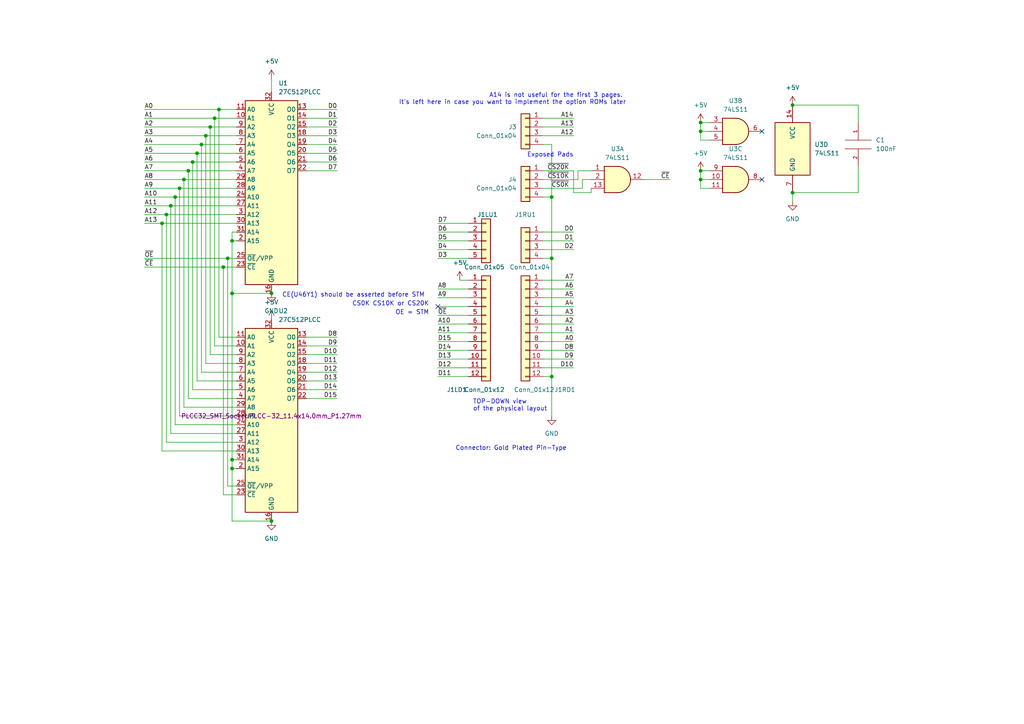
<source format=kicad_sch>
(kicad_sch (version 20211123) (generator eeschema)
  (paper "A4")
  (lib_symbols
    (symbol "74xx:74LS11" (pin_names (offset 1.016))
      (property "Reference" "U" (at 0 1.27 0))
      (property "Value" "74LS11" (at 0 -1.27 0))
      (symbol "74LS11_1_1"
        (arc (start 0 -3.81) (mid 3.81 0) (end 0 3.81) (stroke (width 0.254)) (fill (type background)))
        (polyline (pts (xy 0 3.81) (xy -3.81 3.81) (xy -3.81 -3.81) (xy 0 -3.81)) (stroke (width 0.254)) (fill (type background)))
        (pin input line (at -7.62 2.54 0) (length 3.81) (name "~") (number "1"))
        (pin output line (at 7.62 0 180) (length 3.81) (name "~") (number "12"))
        (pin input line (at -7.62 -2.54 0) (length 3.81) (name "~") (number "13"))
        (pin input line (at -7.62 0 0) (length 3.81) (name "~") (number "2"))
      )
      (symbol "74LS11_1_2"
        (arc (start -3.81 -3.81) (mid -2.589 0) (end -3.81 3.81) (stroke (width 0.254)))
        (arc (start -0.6096 -3.81) (mid 2.1842 -2.5851) (end 3.81 0) (stroke (width 0.254)) (fill (type background)))
        (polyline (pts (xy -3.81 -3.81) (xy -0.635 -3.81)) (stroke (width 0.254)) (fill (type background)))
        (polyline (pts (xy -3.81 3.81) (xy -0.635 3.81)) (stroke (width 0.254)) (fill (type background)))
        (polyline (pts (xy -0.635 3.81) (xy -3.81 3.81) (xy -3.81 3.81) (xy -3.556 3.4036) (xy -3.0226 2.2606) (xy -2.6924 1.0414) (xy -2.6162 -0.254) (xy -2.7686 -1.4986) (xy -3.175 -2.7178) (xy -3.81 -3.81) (xy -3.81 -3.81) (xy -0.635 -3.81)) (stroke (width -25.4)) (fill (type background)))
        (arc (start 3.81 0) (mid 2.1915 2.5936) (end -0.6096 3.81) (stroke (width 0.254)) (fill (type background)))
        (pin input inverted (at -7.62 2.54 0) (length 4.318) (name "~") (number "1"))
        (pin output inverted (at 7.62 0 180) (length 3.81) (name "~") (number "12"))
        (pin input inverted (at -7.62 -2.54 0) (length 4.318) (name "~") (number "13"))
        (pin input inverted (at -7.62 0 0) (length 4.953) (name "~") (number "2"))
      )
      (symbol "74LS11_2_1"
        (arc (start 0 -3.81) (mid 3.81 0) (end 0 3.81) (stroke (width 0.254)) (fill (type background)))
        (polyline (pts (xy 0 3.81) (xy -3.81 3.81) (xy -3.81 -3.81) (xy 0 -3.81)) (stroke (width 0.254)) (fill (type background)))
        (pin input line (at -7.62 2.54 0) (length 3.81) (name "~") (number "3"))
        (pin input line (at -7.62 0 0) (length 3.81) (name "~") (number "4"))
        (pin input line (at -7.62 -2.54 0) (length 3.81) (name "~") (number "5"))
        (pin output line (at 7.62 0 180) (length 3.81) (name "~") (number "6"))
      )
      (symbol "74LS11_2_2"
        (arc (start -3.81 -3.81) (mid -2.589 0) (end -3.81 3.81) (stroke (width 0.254)))
        (arc (start -0.6096 -3.81) (mid 2.1842 -2.5851) (end 3.81 0) (stroke (width 0.254)) (fill (type background)))
        (polyline (pts (xy -3.81 -3.81) (xy -0.635 -3.81)) (stroke (width 0.254)) (fill (type background)))
        (polyline (pts (xy -3.81 3.81) (xy -0.635 3.81)) (stroke (width 0.254)) (fill (type background)))
        (polyline (pts (xy -0.635 3.81) (xy -3.81 3.81) (xy -3.81 3.81) (xy -3.556 3.4036) (xy -3.0226 2.2606) (xy -2.6924 1.0414) (xy -2.6162 -0.254) (xy -2.7686 -1.4986) (xy -3.175 -2.7178) (xy -3.81 -3.81) (xy -3.81 -3.81) (xy -0.635 -3.81)) (stroke (width -25.4)) (fill (type background)))
        (arc (start 3.81 0) (mid 2.1915 2.5936) (end -0.6096 3.81) (stroke (width 0.254)) (fill (type background)))
        (pin input inverted (at -7.62 2.54 0) (length 4.318) (name "~") (number "3"))
        (pin input inverted (at -7.62 0 0) (length 4.953) (name "~") (number "4"))
        (pin input inverted (at -7.62 -2.54 0) (length 4.318) (name "~") (number "5"))
        (pin output inverted (at 7.62 0 180) (length 3.81) (name "~") (number "6"))
      )
      (symbol "74LS11_3_1"
        (arc (start 0 -3.81) (mid 3.81 0) (end 0 3.81) (stroke (width 0.254)) (fill (type background)))
        (polyline (pts (xy 0 3.81) (xy -3.81 3.81) (xy -3.81 -3.81) (xy 0 -3.81)) (stroke (width 0.254)) (fill (type background)))
        (pin input line (at -7.62 0 0) (length 3.81) (name "~") (number "10"))
        (pin input line (at -7.62 -2.54 0) (length 3.81) (name "~") (number "11"))
        (pin output line (at 7.62 0 180) (length 3.81) (name "~") (number "8"))
        (pin input line (at -7.62 2.54 0) (length 3.81) (name "~") (number "9"))
      )
      (symbol "74LS11_3_2"
        (arc (start -3.81 -3.81) (mid -2.589 0) (end -3.81 3.81) (stroke (width 0.254)))
        (arc (start -0.6096 -3.81) (mid 2.1842 -2.5851) (end 3.81 0) (stroke (width 0.254)) (fill (type background)))
        (polyline (pts (xy -3.81 -3.81) (xy -0.635 -3.81)) (stroke (width 0.254)) (fill (type background)))
        (polyline (pts (xy -3.81 3.81) (xy -0.635 3.81)) (stroke (width 0.254)) (fill (type background)))
        (polyline (pts (xy -0.635 3.81) (xy -3.81 3.81) (xy -3.81 3.81) (xy -3.556 3.4036) (xy -3.0226 2.2606) (xy -2.6924 1.0414) (xy -2.6162 -0.254) (xy -2.7686 -1.4986) (xy -3.175 -2.7178) (xy -3.81 -3.81) (xy -3.81 -3.81) (xy -0.635 -3.81)) (stroke (width -25.4)) (fill (type background)))
        (arc (start 3.81 0) (mid 2.1915 2.5936) (end -0.6096 3.81) (stroke (width 0.254)) (fill (type background)))
        (pin input inverted (at -7.62 0 0) (length 4.953) (name "~") (number "10"))
        (pin input inverted (at -7.62 -2.54 0) (length 4.318) (name "~") (number "11"))
        (pin output inverted (at 7.62 0 180) (length 3.81) (name "~") (number "8"))
        (pin input inverted (at -7.62 2.54 0) (length 4.318) (name "~") (number "9"))
      )
      (symbol "74LS11_4_0"
        (pin power_in line (at 0 12.7 270) (length 5.08) (name "VCC") (number "14"))
        (pin power_in line (at 0 -12.7 90) (length 5.08) (name "GND") (number "7"))
      )
      (symbol "74LS11_4_1"
        (rectangle (start -5.08 7.62) (end 5.08 -7.62) (stroke (width 0.254)) (fill (type background)))
      )
    )
    (symbol "Connector_Generic:Conn_01x04" (pin_names (offset 1.016) hide)
      (property "Reference" "J" (at 0 5.08 0))
      (property "Value" "Conn_01x04" (at 0 -7.62 0))
      (symbol "Conn_01x04_1_1"
        (rectangle (start -1.27 -4.953) (end 0 -5.207) (stroke (width 0.1524)))
        (rectangle (start -1.27 -2.413) (end 0 -2.667) (stroke (width 0.1524)))
        (rectangle (start -1.27 0.127) (end 0 -0.127) (stroke (width 0.1524)))
        (rectangle (start -1.27 2.667) (end 0 2.413) (stroke (width 0.1524)))
        (rectangle (start -1.27 3.81) (end 1.27 -6.35) (stroke (width 0.254)) (fill (type background)))
        (pin passive line (at -5.08 2.54 0) (length 3.81) (name "Pin_1") (number "1"))
        (pin passive line (at -5.08 0 0) (length 3.81) (name "Pin_2") (number "2"))
        (pin passive line (at -5.08 -2.54 0) (length 3.81) (name "Pin_3") (number "3"))
        (pin passive line (at -5.08 -5.08 0) (length 3.81) (name "Pin_4") (number "4"))
      )
    )
    (symbol "Connector_Generic:Conn_01x05" (pin_names (offset 1.016) hide)
      (property "Reference" "J" (at 0 7.62 0))
      (property "Value" "Conn_01x05" (at 0 -7.62 0))
      (symbol "Conn_01x05_1_1"
        (rectangle (start -1.27 -4.953) (end 0 -5.207) (stroke (width 0.1524)))
        (rectangle (start -1.27 -2.413) (end 0 -2.667) (stroke (width 0.1524)))
        (rectangle (start -1.27 0.127) (end 0 -0.127) (stroke (width 0.1524)))
        (rectangle (start -1.27 2.667) (end 0 2.413) (stroke (width 0.1524)))
        (rectangle (start -1.27 5.207) (end 0 4.953) (stroke (width 0.1524)))
        (rectangle (start -1.27 6.35) (end 1.27 -6.35) (stroke (width 0.254)) (fill (type background)))
        (pin passive line (at -5.08 5.08 0) (length 3.81) (name "Pin_1") (number "1"))
        (pin passive line (at -5.08 2.54 0) (length 3.81) (name "Pin_2") (number "2"))
        (pin passive line (at -5.08 0 0) (length 3.81) (name "Pin_3") (number "3"))
        (pin passive line (at -5.08 -2.54 0) (length 3.81) (name "Pin_4") (number "4"))
        (pin passive line (at -5.08 -5.08 0) (length 3.81) (name "Pin_5") (number "5"))
      )
    )
    (symbol "Connector_Generic:Conn_01x12" (pin_names (offset 1.016) hide)
      (property "Reference" "J" (at 0 15.24 0))
      (property "Value" "Conn_01x12" (at 0 -17.78 0))
      (symbol "Conn_01x12_1_1"
        (rectangle (start -1.27 -15.113) (end 0 -15.367) (stroke (width 0.1524)))
        (rectangle (start -1.27 -12.573) (end 0 -12.827) (stroke (width 0.1524)))
        (rectangle (start -1.27 -10.033) (end 0 -10.287) (stroke (width 0.1524)))
        (rectangle (start -1.27 -7.493) (end 0 -7.747) (stroke (width 0.1524)))
        (rectangle (start -1.27 -4.953) (end 0 -5.207) (stroke (width 0.1524)))
        (rectangle (start -1.27 -2.413) (end 0 -2.667) (stroke (width 0.1524)))
        (rectangle (start -1.27 0.127) (end 0 -0.127) (stroke (width 0.1524)))
        (rectangle (start -1.27 2.667) (end 0 2.413) (stroke (width 0.1524)))
        (rectangle (start -1.27 5.207) (end 0 4.953) (stroke (width 0.1524)))
        (rectangle (start -1.27 7.747) (end 0 7.493) (stroke (width 0.1524)))
        (rectangle (start -1.27 10.287) (end 0 10.033) (stroke (width 0.1524)))
        (rectangle (start -1.27 12.827) (end 0 12.573) (stroke (width 0.1524)))
        (rectangle (start -1.27 13.97) (end 1.27 -16.51) (stroke (width 0.254)) (fill (type background)))
        (pin passive line (at -5.08 12.7 0) (length 3.81) (name "Pin_1") (number "1"))
        (pin passive line (at -5.08 -10.16 0) (length 3.81) (name "Pin_10") (number "10"))
        (pin passive line (at -5.08 -12.7 0) (length 3.81) (name "Pin_11") (number "11"))
        (pin passive line (at -5.08 -15.24 0) (length 3.81) (name "Pin_12") (number "12"))
        (pin passive line (at -5.08 10.16 0) (length 3.81) (name "Pin_2") (number "2"))
        (pin passive line (at -5.08 7.62 0) (length 3.81) (name "Pin_3") (number "3"))
        (pin passive line (at -5.08 5.08 0) (length 3.81) (name "Pin_4") (number "4"))
        (pin passive line (at -5.08 2.54 0) (length 3.81) (name "Pin_5") (number "5"))
        (pin passive line (at -5.08 0 0) (length 3.81) (name "Pin_6") (number "6"))
        (pin passive line (at -5.08 -2.54 0) (length 3.81) (name "Pin_7") (number "7"))
        (pin passive line (at -5.08 -5.08 0) (length 3.81) (name "Pin_8") (number "8"))
        (pin passive line (at -5.08 -7.62 0) (length 3.81) (name "Pin_9") (number "9"))
      )
    )
    (symbol "Memory_EPROM:27C512PLCC"
      (property "Reference" "U" (at -7.62 26.67 0))
      (property "Value" "27C512PLCC" (at 2.54 -29.21 0))
      (symbol "27C512PLCC_1_1"
        (rectangle (start -7.62 25.4) (end 7.62 -27.94) (stroke (width 0.254)) (fill (type background)))
        (pin no_connect line (at 7.62 -17.78 180) (length 2.54) hide (name "NC") (number "1"))
        (pin input line (at -10.16 20.32 0) (length 2.54) (name "A1") (number "10"))
        (pin input line (at -10.16 22.86 0) (length 2.54) (name "A0") (number "11"))
        (pin no_connect line (at 7.62 -22.86 180) (length 2.54) hide (name "NC") (number "12"))
        (pin tri_state line (at 10.16 22.86 180) (length 2.54) (name "O0") (number "13"))
        (pin tri_state line (at 10.16 20.32 180) (length 2.54) (name "O1") (number "14"))
        (pin tri_state line (at 10.16 17.78 180) (length 2.54) (name "O2") (number "15"))
        (pin power_in line (at 0 -30.48 90) (length 2.54) (name "GND") (number "16"))
        (pin no_connect line (at 7.62 -20.32 180) (length 2.54) hide (name "NC") (number "17"))
        (pin tri_state line (at 10.16 15.24 180) (length 2.54) (name "O3") (number "18"))
        (pin tri_state line (at 10.16 12.7 180) (length 2.54) (name "O4") (number "19"))
        (pin input line (at -10.16 -15.24 0) (length 2.54) (name "A15") (number "2"))
        (pin tri_state line (at 10.16 10.16 180) (length 2.54) (name "O5") (number "20"))
        (pin tri_state line (at 10.16 7.62 180) (length 2.54) (name "O6") (number "21"))
        (pin tri_state line (at 10.16 5.08 180) (length 2.54) (name "O7") (number "22"))
        (pin input line (at -10.16 -22.86 0) (length 2.54) (name "~{CE}") (number "23"))
        (pin input line (at -10.16 -2.54 0) (length 2.54) (name "A10") (number "24"))
        (pin input line (at -10.16 -20.32 0) (length 2.54) (name "~{OE}/VPP") (number "25"))
        (pin no_connect line (at 7.62 -25.4 180) (length 2.54) hide (name "NC") (number "26"))
        (pin input line (at -10.16 -5.08 0) (length 2.54) (name "A11") (number "27"))
        (pin input line (at -10.16 0 0) (length 2.54) (name "A9") (number "28"))
        (pin input line (at -10.16 2.54 0) (length 2.54) (name "A8") (number "29"))
        (pin input line (at -10.16 -7.62 0) (length 2.54) (name "A12") (number "3"))
        (pin input line (at -10.16 -10.16 0) (length 2.54) (name "A13") (number "30"))
        (pin input line (at -10.16 -12.7 0) (length 2.54) (name "A14") (number "31"))
        (pin power_in line (at 0 27.94 270) (length 2.54) (name "VCC") (number "32"))
        (pin input line (at -10.16 5.08 0) (length 2.54) (name "A7") (number "4"))
        (pin input line (at -10.16 7.62 0) (length 2.54) (name "A6") (number "5"))
        (pin input line (at -10.16 10.16 0) (length 2.54) (name "A5") (number "6"))
        (pin input line (at -10.16 12.7 0) (length 2.54) (name "A4") (number "7"))
        (pin input line (at -10.16 15.24 0) (length 2.54) (name "A3") (number "8"))
        (pin input line (at -10.16 17.78 0) (length 2.54) (name "A2") (number "9"))
      )
    )
    (symbol "power:+5V" (power) (pin_names (offset 0))
      (property "Value" "+5V" (at 0 3.556 0))
      (symbol "+5V_0_1"
        (polyline (pts (xy -0.762 1.27) (xy 0 2.54)))
        (polyline (pts (xy 0 0) (xy 0 2.54)))
        (polyline (pts (xy 0 2.54) (xy 0.762 1.27)))
      )
      (symbol "+5V_1_1"
        (pin power_in line (at 0 0 90) (length 0) hide (name "+5V") (number "1"))
      )
    )
    (symbol "power:GND" (power) (pin_names (offset 0))
      (property "Value" "GND" (at 0 -3.81 0))
      (symbol "GND_0_1"
        (polyline (pts (xy 0 0) (xy 0 -1.27) (xy 1.27 -1.27) (xy 0 -2.54) (xy -1.27 -1.27) (xy 0 -1.27)))
      )
      (symbol "GND_1_1"
        (pin power_in line (at 0 0 270) (length 0) hide (name "GND") (number "1"))
      )
    )
    (symbol "pspice:CAP" (pin_names (offset 0.254))
      (property "Reference" "C" (at 2.54 3.81 90))
      (property "Value" "CAP" (at 2.54 -3.81 90))
      (symbol "CAP_0_1"
        (polyline (pts (xy -3.81 -1.27) (xy 3.81 -1.27)))
        (polyline (pts (xy -3.81 1.27) (xy 3.81 1.27)))
      )
      (symbol "CAP_1_1"
        (pin passive line (at 0 6.35 270) (length 5.08) (name "~") (number "1"))
        (pin passive line (at 0 -6.35 90) (length 5.08) (name "~") (number "2"))
      )
    )
  )
  (junction (at 229.87 30.48))
  (junction (at 78.74 151.13))
  (junction (at 48.26 62.23))
  (junction (at 63.5 31.75))
  (junction (at 58.42 41.91))
  (junction (at 66.04 74.93))
  (junction (at 54.61 49.53))
  (junction (at 160.02 57.15))
  (junction (at 57.15 44.45))
  (junction (at 160.02 74.93))
  (junction (at 52.07 54.61))
  (junction (at 67.31 69.85))
  (junction (at 67.31 85.09))
  (junction (at 62.23 34.29))
  (junction (at 49.53 59.69))
  (junction (at 53.34 52.07))
  (junction (at 203.2 35.56))
  (junction (at 203.2 38.1))
  (junction (at 78.74 85.09))
  (junction (at 46.99 64.77))
  (junction (at 64.77 77.47))
  (junction (at 59.69 39.37))
  (junction (at 160.02 109.22))
  (junction (at 55.88 46.99))
  (junction (at 67.31 133.35))
  (junction (at 67.31 135.89))
  (junction (at 50.8 57.15))
  (junction (at 60.96 36.83))
  (junction (at 203.2 52.07))
  (junction (at 203.2 49.53))
  (junction (at 229.87 55.88))
  (no_connect (at 127 88.9))
  (no_connect (at 220.98 38.1))
  (no_connect (at 220.98 52.07))
  (wire (pts (xy 53.34 118.11) (xy 68.58 118.11)))
  (wire (pts (xy 68.58 77.47) (xy 64.77 77.47)))
  (wire (pts (xy 248.92 30.48) (xy 229.87 30.48)))
  (wire (pts (xy 157.48 83.82) (xy 166.37 83.82)))
  (wire (pts (xy 157.48 88.9) (xy 166.37 88.9)))
  (wire (pts (xy 68.58 67.31) (xy 67.31 67.31)))
  (wire (pts (xy 68.58 31.75) (xy 63.5 31.75)))
  (wire (pts (xy 52.07 120.65) (xy 68.58 120.65)))
  (wire (pts (xy 88.9 113.03) (xy 97.79 113.03)))
  (wire (pts (xy 88.9 41.91) (xy 97.79 41.91)))
  (wire (pts (xy 157.48 54.61) (xy 168.91 54.61)))
  (wire (pts (xy 41.91 34.29) (xy 62.23 34.29)))
  (wire (pts (xy 67.31 69.85) (xy 68.58 69.85)))
  (wire (pts (xy 127 74.93) (xy 135.89 74.93)))
  (wire (pts (xy 133.35 81.28) (xy 135.89 81.28)))
  (wire (pts (xy 127 88.9) (xy 135.89 88.9)))
  (wire (pts (xy 60.96 102.87) (xy 68.58 102.87)))
  (wire (pts (xy 157.48 72.39) (xy 166.37 72.39)))
  (wire (pts (xy 157.48 104.14) (xy 166.37 104.14)))
  (wire (pts (xy 41.91 54.61) (xy 52.07 54.61)))
  (wire (pts (xy 157.48 106.68) (xy 166.37 106.68)))
  (wire (pts (xy 127 72.39) (xy 135.89 72.39)))
  (wire (pts (xy 157.48 74.93) (xy 160.02 74.93)))
  (wire (pts (xy 166.37 49.53) (xy 166.37 55.88)))
  (wire (pts (xy 67.31 133.35) (xy 67.31 135.89)))
  (wire (pts (xy 48.26 62.23) (xy 48.26 128.27)))
  (wire (pts (xy 168.91 52.07) (xy 171.45 52.07)))
  (wire (pts (xy 127 69.85) (xy 135.89 69.85)))
  (wire (pts (xy 203.2 52.07) (xy 203.2 54.61)))
  (wire (pts (xy 248.92 35.56) (xy 248.92 30.48)))
  (wire (pts (xy 66.04 140.97) (xy 68.58 140.97)))
  (wire (pts (xy 59.69 105.41) (xy 68.58 105.41)))
  (wire (pts (xy 41.91 36.83) (xy 60.96 36.83)))
  (wire (pts (xy 88.9 44.45) (xy 97.79 44.45)))
  (wire (pts (xy 127 64.77) (xy 135.89 64.77)))
  (wire (pts (xy 157.48 93.98) (xy 166.37 93.98)))
  (wire (pts (xy 41.91 62.23) (xy 48.26 62.23)))
  (wire (pts (xy 88.9 39.37) (xy 97.79 39.37)))
  (wire (pts (xy 88.9 107.95) (xy 97.79 107.95)))
  (wire (pts (xy 88.9 36.83) (xy 97.79 36.83)))
  (wire (pts (xy 248.92 48.26) (xy 248.92 55.88)))
  (wire (pts (xy 88.9 115.57) (xy 97.79 115.57)))
  (wire (pts (xy 66.04 74.93) (xy 66.04 140.97)))
  (wire (pts (xy 49.53 59.69) (xy 68.58 59.69)))
  (wire (pts (xy 41.91 64.77) (xy 46.99 64.77)))
  (wire (pts (xy 160.02 74.93) (xy 160.02 109.22)))
  (wire (pts (xy 166.37 55.88) (xy 171.45 55.88)))
  (wire (pts (xy 53.34 52.07) (xy 53.34 118.11)))
  (wire (pts (xy 68.58 41.91) (xy 58.42 41.91)))
  (wire (pts (xy 68.58 46.99) (xy 55.88 46.99)))
  (wire (pts (xy 50.8 123.19) (xy 68.58 123.19)))
  (wire (pts (xy 88.9 100.33) (xy 97.79 100.33)))
  (wire (pts (xy 41.91 44.45) (xy 57.15 44.45)))
  (wire (pts (xy 68.58 44.45) (xy 57.15 44.45)))
  (wire (pts (xy 64.77 77.47) (xy 64.77 143.51)))
  (wire (pts (xy 203.2 38.1) (xy 205.74 38.1)))
  (wire (pts (xy 157.48 96.52) (xy 166.37 96.52)))
  (wire (pts (xy 157.48 86.36) (xy 166.37 86.36)))
  (wire (pts (xy 171.45 55.88) (xy 171.45 54.61)))
  (wire (pts (xy 57.15 44.45) (xy 57.15 110.49)))
  (wire (pts (xy 48.26 62.23) (xy 68.58 62.23)))
  (wire (pts (xy 67.31 85.09) (xy 67.31 133.35)))
  (wire (pts (xy 67.31 135.89) (xy 68.58 135.89)))
  (wire (pts (xy 68.58 49.53) (xy 54.61 49.53)))
  (wire (pts (xy 160.02 109.22) (xy 160.02 120.65)))
  (wire (pts (xy 127 67.31) (xy 135.89 67.31)))
  (wire (pts (xy 127 101.6) (xy 135.89 101.6)))
  (wire (pts (xy 127 104.14) (xy 135.89 104.14)))
  (wire (pts (xy 88.9 102.87) (xy 97.79 102.87)))
  (wire (pts (xy 46.99 130.81) (xy 68.58 130.81)))
  (wire (pts (xy 203.2 52.07) (xy 205.74 52.07)))
  (wire (pts (xy 67.31 133.35) (xy 68.58 133.35)))
  (wire (pts (xy 63.5 31.75) (xy 63.5 97.79)))
  (wire (pts (xy 50.8 57.15) (xy 68.58 57.15)))
  (wire (pts (xy 58.42 41.91) (xy 58.42 107.95)))
  (wire (pts (xy 67.31 67.31) (xy 67.31 69.85)))
  (wire (pts (xy 168.91 54.61) (xy 168.91 52.07)))
  (wire (pts (xy 127 109.22) (xy 135.89 109.22)))
  (wire (pts (xy 67.31 151.13) (xy 78.74 151.13)))
  (wire (pts (xy 63.5 97.79) (xy 68.58 97.79)))
  (wire (pts (xy 203.2 49.53) (xy 203.2 52.07)))
  (wire (pts (xy 160.02 57.15) (xy 160.02 74.93)))
  (wire (pts (xy 59.69 39.37) (xy 68.58 39.37)))
  (wire (pts (xy 229.87 58.42) (xy 229.87 55.88)))
  (wire (pts (xy 166.37 49.53) (xy 157.48 49.53)))
  (wire (pts (xy 157.48 39.37) (xy 166.37 39.37)))
  (wire (pts (xy 54.61 115.57) (xy 68.58 115.57)))
  (wire (pts (xy 41.91 57.15) (xy 50.8 57.15)))
  (wire (pts (xy 157.48 81.28) (xy 166.37 81.28)))
  (wire (pts (xy 52.07 54.61) (xy 52.07 120.65)))
  (wire (pts (xy 167.64 52.07) (xy 167.64 49.53)))
  (wire (pts (xy 157.48 36.83) (xy 166.37 36.83)))
  (wire (pts (xy 68.58 52.07) (xy 53.34 52.07)))
  (wire (pts (xy 203.2 38.1) (xy 203.2 40.64)))
  (wire (pts (xy 41.91 59.69) (xy 49.53 59.69)))
  (wire (pts (xy 41.91 41.91) (xy 58.42 41.91)))
  (wire (pts (xy 49.53 125.73) (xy 68.58 125.73)))
  (wire (pts (xy 55.88 46.99) (xy 55.88 113.03)))
  (wire (pts (xy 88.9 110.49) (xy 97.79 110.49)))
  (wire (pts (xy 157.48 101.6) (xy 166.37 101.6)))
  (wire (pts (xy 49.53 59.69) (xy 49.53 125.73)))
  (wire (pts (xy 41.91 49.53) (xy 54.61 49.53)))
  (wire (pts (xy 167.64 49.53) (xy 171.45 49.53)))
  (wire (pts (xy 67.31 135.89) (xy 67.31 151.13)))
  (wire (pts (xy 157.48 67.31) (xy 166.37 67.31)))
  (wire (pts (xy 41.91 52.07) (xy 53.34 52.07)))
  (wire (pts (xy 127 106.68) (xy 135.89 106.68)))
  (wire (pts (xy 203.2 40.64) (xy 205.74 40.64)))
  (wire (pts (xy 88.9 46.99) (xy 97.79 46.99)))
  (wire (pts (xy 64.77 143.51) (xy 68.58 143.51)))
  (wire (pts (xy 68.58 54.61) (xy 52.07 54.61)))
  (wire (pts (xy 48.26 128.27) (xy 68.58 128.27)))
  (wire (pts (xy 67.31 69.85) (xy 67.31 85.09)))
  (wire (pts (xy 66.04 74.93) (xy 68.58 74.93)))
  (wire (pts (xy 50.8 57.15) (xy 50.8 123.19)))
  (wire (pts (xy 59.69 39.37) (xy 59.69 105.41)))
  (wire (pts (xy 41.91 46.99) (xy 55.88 46.99)))
  (wire (pts (xy 157.48 69.85) (xy 166.37 69.85)))
  (wire (pts (xy 157.48 52.07) (xy 167.64 52.07)))
  (wire (pts (xy 78.74 22.86) (xy 78.74 26.67)))
  (wire (pts (xy 62.23 34.29) (xy 62.23 100.33)))
  (wire (pts (xy 157.48 109.22) (xy 160.02 109.22)))
  (wire (pts (xy 203.2 54.61) (xy 205.74 54.61)))
  (wire (pts (xy 157.48 99.06) (xy 166.37 99.06)))
  (wire (pts (xy 160.02 41.91) (xy 160.02 57.15)))
  (wire (pts (xy 88.9 97.79) (xy 97.79 97.79)))
  (wire (pts (xy 41.91 39.37) (xy 59.69 39.37)))
  (wire (pts (xy 127 86.36) (xy 135.89 86.36)))
  (wire (pts (xy 46.99 64.77) (xy 68.58 64.77)))
  (wire (pts (xy 88.9 49.53) (xy 97.79 49.53)))
  (wire (pts (xy 62.23 100.33) (xy 68.58 100.33)))
  (wire (pts (xy 55.88 113.03) (xy 68.58 113.03)))
  (wire (pts (xy 127 83.82) (xy 135.89 83.82)))
  (wire (pts (xy 62.23 34.29) (xy 68.58 34.29)))
  (wire (pts (xy 205.74 49.53) (xy 203.2 49.53)))
  (wire (pts (xy 157.48 41.91) (xy 160.02 41.91)))
  (wire (pts (xy 205.74 35.56) (xy 203.2 35.56)))
  (wire (pts (xy 186.69 52.07) (xy 194.31 52.07)))
  (wire (pts (xy 58.42 107.95) (xy 68.58 107.95)))
  (wire (pts (xy 60.96 36.83) (xy 68.58 36.83)))
  (wire (pts (xy 57.15 110.49) (xy 68.58 110.49)))
  (wire (pts (xy 67.31 85.09) (xy 78.74 85.09)))
  (wire (pts (xy 157.48 34.29) (xy 166.37 34.29)))
  (wire (pts (xy 203.2 35.56) (xy 203.2 38.1)))
  (wire (pts (xy 41.91 77.47) (xy 64.77 77.47)))
  (wire (pts (xy 127 99.06) (xy 135.89 99.06)))
  (wire (pts (xy 88.9 105.41) (xy 97.79 105.41)))
  (wire (pts (xy 54.61 49.53) (xy 54.61 115.57)))
  (wire (pts (xy 41.91 31.75) (xy 63.5 31.75)))
  (wire (pts (xy 41.91 74.93) (xy 66.04 74.93)))
  (wire (pts (xy 127 93.98) (xy 135.89 93.98)))
  (wire (pts (xy 88.9 34.29) (xy 97.79 34.29)))
  (wire (pts (xy 88.9 31.75) (xy 97.79 31.75)))
  (wire (pts (xy 127 96.52) (xy 135.89 96.52)))
  (wire (pts (xy 160.02 57.15) (xy 157.48 57.15)))
  (wire (pts (xy 157.48 91.44) (xy 166.37 91.44)))
  (wire (pts (xy 46.99 64.77) (xy 46.99 130.81)))
  (wire (pts (xy 60.96 36.83) (xy 60.96 102.87)))
  (wire (pts (xy 229.87 55.88) (xy 248.92 55.88)))
  (wire (pts (xy 127 91.44) (xy 135.89 91.44)))
  (text "TOP-DOWN view\nof the physical layout" (at 137.16 119.38 0) (effects (font (size 1.27 1.27)) (justify left bottom)))
  (text "OE = STM" (at 124.46 91.44 180) (effects (font (size 1.27 1.27)) (justify right bottom)))
  (text "CE(U46Y1) should be asserted before STM" (at 123.19 86.36 180) (effects (font (size 1.27 1.27)) (justify right bottom)))
  (text "Exposed Pads\n" (at 166.37 45.72 180) (effects (font (size 1.27 1.27)) (justify right bottom)))
  (text "Connector: Gold Plated Pin-Type" (at 132.08 130.81 0) (effects (font (size 1.27 1.27)) (justify left bottom)))
  (text "CS0K CS10K or CS20K" (at 124.46 88.9 180) (effects (font (size 1.27 1.27)) (justify right bottom)))
  (text "A14 is not useful for the first 3 pages. \nIt's left here in case you want to implement the option ROMs later" (at 181.61 30.48 0) (effects (font (size 1.27 1.27)) (justify right bottom)))
  (label "D1" (at 166.37 69.85 180))
  (label "D2" (at 166.37 72.39 180))
  (label "D0" (at 97.79 31.75 180))
  (label "D12" (at 127 106.68 0))
  (label "~{CS20K}" (at 165.1 49.53 180))
  (label "D14" (at 127 101.6 0))
  (label "D8" (at 166.37 101.6 180))
  (label "D13" (at 127 104.14 0))
  (label "D10" (at 97.79 102.87 180))
  (label "A3" (at 166.37 91.44 180))
  (label "D6" (at 127 67.31 0))
  (label "D11" (at 127 109.22 0))
  (label "A7" (at 41.91 49.53 0))
  (label "D9" (at 166.37 104.14 180))
  (label "A4" (at 166.37 88.9 180))
  (label "A9" (at 41.91 54.61 0))
  (label "~{OE}" (at 41.91 74.93 0))
  (label "A10" (at 41.91 57.15 0))
  (label "D15" (at 97.79 115.57 180))
  (label "D3" (at 127 74.93 0))
  (label "D5" (at 127 69.85 0))
  (label "A2" (at 166.37 93.98 180))
  (label "A9" (at 127 86.36 0))
  (label "~{CS0K}" (at 165.1 54.61 180))
  (label "D0" (at 166.37 67.31 180))
  (label "A11" (at 41.91 59.69 0))
  (label "D5" (at 97.79 44.45 180))
  (label "~{CE}" (at 194.31 52.07 180))
  (label "D7" (at 127 64.77 0))
  (label "~{OE}" (at 127 91.44 0))
  (label "D4" (at 127 72.39 0))
  (label "A6" (at 166.37 83.82 180))
  (label "A8" (at 127 83.82 0))
  (label "A4" (at 41.91 41.91 0))
  (label "D15" (at 127 99.06 0))
  (label "A11" (at 127 96.52 0))
  (label "A0" (at 41.91 31.75 0))
  (label "D13" (at 97.79 110.49 180))
  (label "D3" (at 97.79 39.37 180))
  (label "A7" (at 166.37 81.28 180))
  (label "D2" (at 97.79 36.83 180))
  (label "A5" (at 166.37 86.36 180))
  (label "A1" (at 166.37 96.52 180))
  (label "D1" (at 97.79 34.29 180))
  (label "A13" (at 41.91 64.77 0))
  (label "A10" (at 127 93.98 0))
  (label "D11" (at 97.79 105.41 180))
  (label "D9" (at 97.79 100.33 180))
  (label "A12" (at 166.37 39.37 180))
  (label "~{CS10K}" (at 165.1 52.07 180))
  (label "D6" (at 97.79 46.99 180))
  (label "A8" (at 41.91 52.07 0))
  (label "D14" (at 97.79 113.03 180))
  (label "A14" (at 166.37 34.29 180))
  (label "A5" (at 41.91 44.45 0))
  (label "A3" (at 41.91 39.37 0))
  (label "D12" (at 97.79 107.95 180))
  (label "D4" (at 97.79 41.91 180))
  (label "A6" (at 41.91 46.99 0))
  (label "~{CE}" (at 41.91 77.47 0))
  (label "D10" (at 166.37 106.68 180))
  (label "A2" (at 41.91 36.83 0))
  (label "A12" (at 41.91 62.23 0))
  (label "A13" (at 166.37 36.83 180))
  (label "D7" (at 97.79 49.53 180))
  (label "A1" (at 41.91 34.29 0))
  (label "D8" (at 97.79 97.79 180))
  (label "A0" (at 166.37 99.06 180))
  (symbol (lib_id "power:+5V") (at 229.87 30.48 0) (unit 1)
    (property "Reference" "#PWR0107" (effects hide))
    (property "Value" "+5V" (at 229.87 25.4 0))
  )
  (symbol (lib_id "power:GND") (at 229.87 58.42 0) (unit 1)
    (property "Reference" "#PWR0105" (effects hide))
    (property "Value" "GND" (at 229.87 63.5 0))
  )
  (symbol (lib_id "power:GND") (at 78.74 151.13 0) (unit 1)
    (property "Reference" "#PWR0110" (effects hide))
    (property "Value" "GND" (at 78.74 156.21 0))
  )
  (symbol (lib_id "pspice:CAP") (at 248.92 41.91 0) (unit 1)
    (property "Reference" "C1" (at 254 40.6399 0) (effects (justify left)))
    (property "Value" "100nF" (at 254 43.1799 0) (effects (justify left)))
    (property "Footprint" "Capacitor_SMD:C_0603_1608Metric" (effects hide))
  )
  (symbol (lib_id "Connector_Generic:Conn_01x04") (at 152.4 52.07 0) (mirror y) (unit 1)
    (property "Reference" "J4" (at 149.86 52.0699 0) (effects (justify left)))
    (property "Value" "Conn_01x04" (at 149.86 54.6099 0) (effects (justify left)))
    (property "Footprint" "Connector_PinHeader_2.54mm:PinHeader_1x04_P2.54mm_Vertical" (effects hide))
  )
  (symbol (lib_id "power:GND") (at 78.74 85.09 0) (unit 1)
    (property "Reference" "#PWR0108" (effects hide))
    (property "Value" "GND" (at 78.74 90.17 0))
  )
  (symbol (lib_id "power:+5V") (at 78.74 92.71 0) (unit 1)
    (property "Reference" "#PWR0109" (effects hide))
    (property "Value" "+5V" (at 78.74 87.63 0))
  )
  (symbol (lib_id "74xx:74LS11") (at 229.87 43.18 0) (unit 4)
    (property "Reference" "U3" (at 236.22 41.9099 0) (effects (justify left)))
    (property "Value" "74LS11" (at 236.22 44.4499 0) (effects (justify left)))
    (property "Footprint" "Package_DIP:DIP-14_W8.89mm_SMDSocket_LongPads" (effects hide))
    (property "Datasheet" "http://www.ti.com/lit/gpn/sn74LS11" (effects hide))
  )
  (symbol (lib_id "power:+5V") (at 78.74 22.86 0) (unit 1)
    (property "Reference" "#PWR0103" (effects hide))
    (property "Value" "+5V" (at 78.74 17.78 0))
  )
  (symbol (lib_id "power:+5V") (at 133.35 81.28 0) (unit 1)
    (property "Reference" "#PWR0102" (effects hide))
    (property "Value" "+5V" (at 133.35 76.2 0))
  )
  (symbol (lib_id "Memory_EPROM:27C512PLCC") (at 78.74 54.61 0) (unit 1)
    (property "Reference" "U1" (at 80.7594 24.13 0) (effects (justify left)))
    (property "Value" "27C512PLCC" (at 80.7594 26.67 0) (effects (justify left)))
    (property "Footprint" "PLCC32_SMT_Socket:PLCC-32_11.4x14.0mm_P1.27mm" (effects hide))
    (property "Datasheet" "http://ww1.microchip.com/downloads/en/DeviceDoc/doc0015.pdf" (effects hide))
  )
  (symbol (lib_id "power:+5V") (at 203.2 49.53 0) (unit 1)
    (property "Reference" "#PWR0106" (effects hide))
    (property "Value" "+5V" (at 203.2 44.45 0))
  )
  (symbol (lib_id "Connector_Generic:Conn_01x04") (at 152.4 69.85 0) (mirror y) (unit 1)
    (property "Reference" "J1RU1" (at 152.4 62.23 0))
    (property "Value" "Conn_01x04" (at 153.67 77.47 0))
    (property "Footprint" "Connector_PinHeader_2.54mm:PinHeader_1x04_P2.54mm_Vertical" (effects hide))
  )
  (symbol (lib_id "power:GND") (at 160.02 120.65 0) (unit 1)
    (property "Reference" "#PWR0101" (effects hide))
    (property "Value" "GND" (at 160.02 125.73 0))
  )
  (symbol (lib_id "Connector_Generic:Conn_01x12") (at 152.4 93.98 0) (mirror y) (unit 1)
    (property "Reference" "J1RD1" (at 163.83 113.03 0))
    (property "Value" "Conn_01x12" (at 154.94 113.03 0))
    (property "Footprint" "Connector_PinHeader_2.54mm:PinHeader_1x12_P2.54mm_Vertical" (effects hide))
  )
  (symbol (lib_id "74xx:74LS11") (at 213.36 38.1 0) (unit 2)
    (property "Reference" "U3" (at 213.36 29.21 0))
    (property "Value" "74LS11" (at 213.36 31.75 0))
    (property "Footprint" "Package_DIP:DIP-14_W8.89mm_SMDSocket_LongPads" (effects hide))
    (property "Datasheet" "http://www.ti.com/lit/gpn/sn74LS11" (effects hide))
  )
  (symbol (lib_id "Connector_Generic:Conn_01x12") (at 140.97 93.98 0) (unit 1)
    (property "Reference" "J1LD1" (at 129.54 113.03 0) (effects (justify left)))
    (property "Value" "Conn_01x12" (at 134.62 113.03 0) (effects (justify left)))
    (property "Footprint" "Connector_PinHeader_2.54mm:PinHeader_1x12_P2.54mm_Vertical" (effects hide))
  )
  (symbol (lib_id "Connector_Generic:Conn_01x04") (at 152.4 36.83 0) (mirror y) (unit 1)
    (property "Reference" "J3" (at 149.86 36.8299 0) (effects (justify left)))
    (property "Value" "Conn_01x04" (at 149.86 39.3699 0) (effects (justify left)))
    (property "Footprint" "Connector_PinHeader_2.54mm:PinHeader_1x04_P2.54mm_Vertical" (effects hide))
  )
  (symbol (lib_id "74xx:74LS11") (at 213.36 52.07 0) (unit 3)
    (property "Reference" "U3" (at 213.36 43.18 0))
    (property "Value" "74LS11" (at 213.36 45.72 0))
    (property "Footprint" "Package_DIP:DIP-14_W8.89mm_SMDSocket_LongPads" (effects hide))
    (property "Datasheet" "http://www.ti.com/lit/gpn/sn74LS11" (effects hide))
  )
  (symbol (lib_id "power:+5V") (at 203.2 35.56 0) (unit 1)
    (property "Reference" "#PWR0104" (effects hide))
    (property "Value" "+5V" (at 203.2 30.48 0))
  )
  (symbol (lib_id "Memory_EPROM:27C512PLCC") (at 78.74 120.65 0) (unit 1)
    (property "Reference" "U2" (at 80.7594 90.17 0) (effects (justify left)))
    (property "Value" "27C512PLCC" (at 80.7594 92.71 0) (effects (justify left)))
    (property "Footprint" "PLCC32_SMT_Socket:PLCC-32_11.4x14.0mm_P1.27mm" (at 78.74 120.65 0))
    (property "Datasheet" "http://ww1.microchip.com/downloads/en/DeviceDoc/doc0015.pdf" (effects hide))
  )
  (symbol (lib_id "Connector_Generic:Conn_01x05") (at 140.97 69.85 0) (unit 1)
    (property "Reference" "J1LU1" (at 138.43 62.23 0) (effects (justify left)))
    (property "Value" "Conn_01x05" (at 134.62 77.47 0) (effects (justify left)))
    (property "Footprint" "Connector_PinHeader_2.54mm:PinHeader_1x05_P2.54mm_Vertical" (effects hide))
  )
  (symbol (lib_id "74xx:74LS11") (at 179.07 52.07 0) (unit 1)
    (property "Reference" "U3" (at 179.07 43.18 0))
    (property "Value" "74LS11" (at 179.07 45.72 0))
    (property "Footprint" "Package_DIP:DIP-14_W8.89mm_SMDSocket_LongPads" (effects hide))
    (property "Datasheet" "http://www.ti.com/lit/gpn/sn74LS11" (effects hide))
  )
)
</source>
